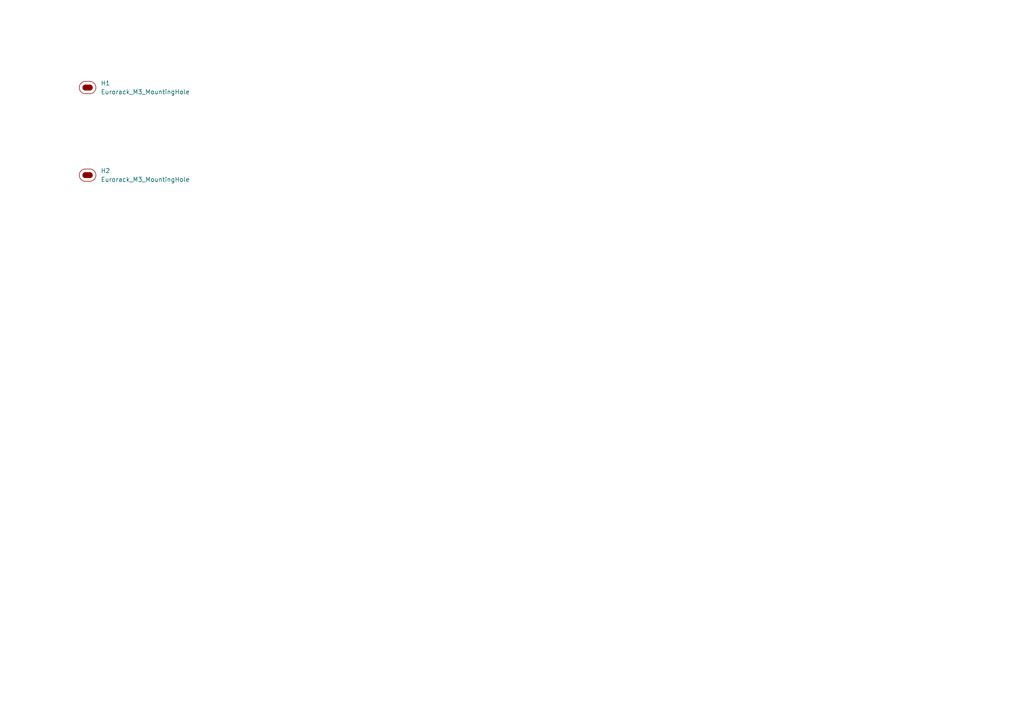
<source format=kicad_sch>
(kicad_sch (version 20250114) (generator "eeschema") (generator_version "9.0")
  (paper "A4")
  (lib_symbols
    (symbol "EXC:Eurorack_M3_MountingHole" (pin_names (offset 1.016))
      (property "Reference" "H" (at 0 5.08 0))
      (property "Value" "Eurorack_M3_MountingHole" (at 0 3.175 0))
      (symbol "Eurorack_M3_MountingHole_0_1"
        (polyline (pts (xy -0.635 0.762) (xy 0.635 0.762)))
        (circle (center -0.635 0) (radius 0.762) (fill (type outline)))
        (arc (start -0.635 -0.762) (mid -1.397 0) (end -0.635 0.762))
        (arc (start -0.635 -1.778) (mid -2.413 0) (end -0.635 1.778))
        (polyline (pts (xy -0.635 -0.762) (xy 0.635 -0.762)))
        (polyline (pts (xy -0.635 -1.778) (xy 0.635 -1.778)))
        (circle (center 0 0) (radius 0.762) (fill (type outline)))
        (polyline (pts (xy 0.635 1.778) (xy -0.635 1.778)))
        (arc (start 0.6141 1.778) (mid 2.4131 0) (end 0.6141 -1.778))
        (arc (start 0.6227 0.762) (mid 1.3971 0) (end 0.6227 -0.762))
        (circle (center 0.635 0) (radius 0.762) (fill (type outline)))
      )
    )
  )
  (symbol (lib_id "EXC:Eurorack_M3_MountingHole") (at 25.4 50.8 0) (unit 1)
    (property "Reference" "H2" (at 29.21 49.5299 0) (effects (justify left)))
    (property "Value" "Eurorack_M3_MountingHole" (at 29.21 52.0699 0) (effects (justify left)))
    (property "Footprint" "EXC:MountingHole_3.2mm_M3" (effects (hide yes)))
    (property "Description" "Mounting Hole without connection" (effects (hide yes)))
  )
  (symbol (lib_id "EXC:Eurorack_M3_MountingHole") (at 25.4 25.4 0) (unit 1)
    (property "Reference" "H1" (at 29.21 24.1299 0) (effects (justify left)))
    (property "Value" "Eurorack_M3_MountingHole" (at 29.21 26.6699 0) (effects (justify left)))
    (property "Footprint" "EXC:MountingHole_3.2mm_M3" (effects (hide yes)))
    (property "Description" "Mounting Hole without connection" (effects (hide yes)))
  )
)
</source>
